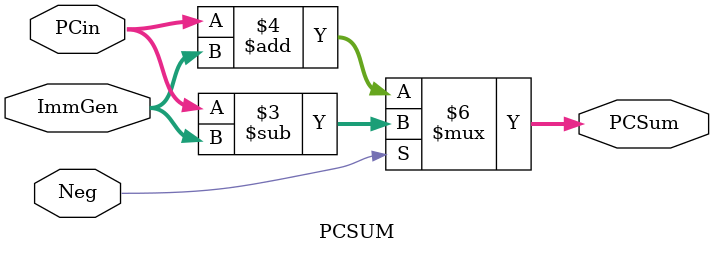
<source format=v>
module PC(clock, reset, PCin, PCOut);



    initial begin
        PCOut = 32'b0;
    end

    input clock, reset;
    input [31:0] PCin;
    output reg [31:0] PCOut;

    always @(posedge clock) begin
        if (reset) begin
            PCOut <= 32'b0;
        end else begin
            PCOut <= PCin;
        end
    end

endmodule

module PCADD4(PCin, PCADD4);

    input [31:0] PCin;
    output reg [31:0] PCADD4;

    always @* begin
        PCADD4 = PCin + 32'b100;
    end

endmodule

module PCSUM(PCin, ImmGen, PCSum, Neg);

    input [31:0] PCin, ImmGen;
    input Neg;
    output reg [31:0] PCSum;

    always @* begin
        if (Neg == 1'b1) begin
            PCSum = PCin - ImmGen;
        end else begin
            PCSum = PCin + ImmGen;
        end
    end
endmodule
</source>
